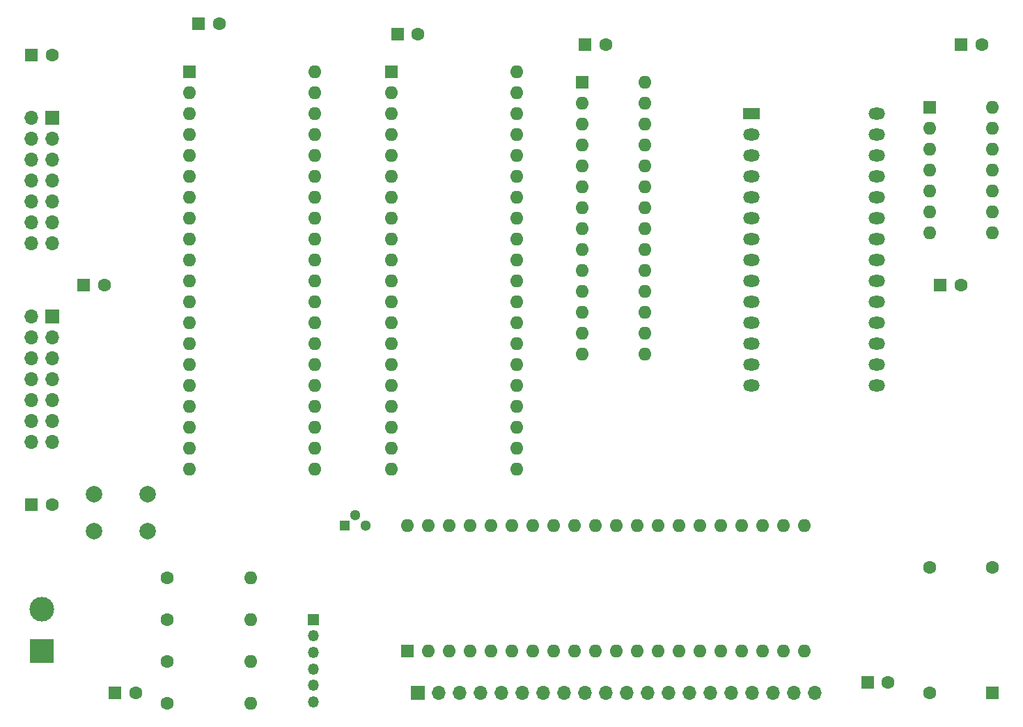
<source format=gbr>
%TF.GenerationSoftware,KiCad,Pcbnew,(5.1.10)-1*%
%TF.CreationDate,2021-06-24T21:47:08-07:00*%
%TF.ProjectId,6502helper,36353032-6865-46c7-9065-722e6b696361,rev?*%
%TF.SameCoordinates,Original*%
%TF.FileFunction,Soldermask,Top*%
%TF.FilePolarity,Negative*%
%FSLAX46Y46*%
G04 Gerber Fmt 4.6, Leading zero omitted, Abs format (unit mm)*
G04 Created by KiCad (PCBNEW (5.1.10)-1) date 2021-06-24 21:47:08*
%MOMM*%
%LPD*%
G01*
G04 APERTURE LIST*
%ADD10O,1.600000X1.600000*%
%ADD11R,1.600000X1.600000*%
%ADD12O,2.000000X1.440000*%
%ADD13R,2.000000X1.440000*%
%ADD14C,1.600000*%
%ADD15O,1.700000X1.700000*%
%ADD16R,1.700000X1.700000*%
%ADD17R,1.300000X1.300000*%
%ADD18C,1.300000*%
%ADD19C,2.000000*%
%ADD20O,1.350000X1.350000*%
%ADD21R,1.350000X1.350000*%
%ADD22C,3.000000*%
%ADD23R,3.000000X3.000000*%
G04 APERTURE END LIST*
D10*
%TO.C,U7*%
X114300000Y-91440000D03*
X162560000Y-106680000D03*
X116840000Y-91440000D03*
X160020000Y-106680000D03*
X119380000Y-91440000D03*
X157480000Y-106680000D03*
X121920000Y-91440000D03*
X154940000Y-106680000D03*
X124460000Y-91440000D03*
X152400000Y-106680000D03*
X127000000Y-91440000D03*
X149860000Y-106680000D03*
X129540000Y-91440000D03*
X147320000Y-106680000D03*
X132080000Y-91440000D03*
X144780000Y-106680000D03*
X134620000Y-91440000D03*
X142240000Y-106680000D03*
X137160000Y-91440000D03*
X139700000Y-106680000D03*
X139700000Y-91440000D03*
X137160000Y-106680000D03*
X142240000Y-91440000D03*
X134620000Y-106680000D03*
X144780000Y-91440000D03*
X132080000Y-106680000D03*
X147320000Y-91440000D03*
X129540000Y-106680000D03*
X149860000Y-91440000D03*
X127000000Y-106680000D03*
X152400000Y-91440000D03*
X124460000Y-106680000D03*
X154940000Y-91440000D03*
X121920000Y-106680000D03*
X157480000Y-91440000D03*
X119380000Y-106680000D03*
X160020000Y-91440000D03*
X116840000Y-106680000D03*
X162560000Y-91440000D03*
D11*
X114300000Y-106680000D03*
%TD*%
D12*
%TO.C,U3*%
X171400000Y-74420000D03*
X156160000Y-74420000D03*
X171400000Y-71880000D03*
X156160000Y-71880000D03*
X171400000Y-69340000D03*
X156160000Y-69340000D03*
X171400000Y-66800000D03*
X156160000Y-66800000D03*
X171400000Y-64260000D03*
X156160000Y-64260000D03*
X171400000Y-61720000D03*
X156160000Y-61720000D03*
X171400000Y-59180000D03*
X156160000Y-59180000D03*
X171400000Y-56640000D03*
X156160000Y-56640000D03*
X171400000Y-54100000D03*
X156160000Y-54100000D03*
X171400000Y-51560000D03*
X156160000Y-51560000D03*
X171400000Y-49020000D03*
X156160000Y-49020000D03*
X171400000Y-46480000D03*
X156160000Y-46480000D03*
X171400000Y-43940000D03*
X156160000Y-43940000D03*
X171400000Y-41400000D03*
D13*
X156160000Y-41400000D03*
%TD*%
D10*
%TO.C,R4*%
X95250000Y-97790000D03*
D14*
X85090000Y-97790000D03*
%TD*%
D10*
%TO.C,R3*%
X95250000Y-102870000D03*
D14*
X85090000Y-102870000D03*
%TD*%
D15*
%TO.C,J5*%
X163830000Y-111760000D03*
X161290000Y-111760000D03*
X158750000Y-111760000D03*
X156210000Y-111760000D03*
X153670000Y-111760000D03*
X151130000Y-111760000D03*
X148590000Y-111760000D03*
X146050000Y-111760000D03*
X143510000Y-111760000D03*
X140970000Y-111760000D03*
X138430000Y-111760000D03*
X135890000Y-111760000D03*
X133350000Y-111760000D03*
X130810000Y-111760000D03*
X128270000Y-111760000D03*
X125730000Y-111760000D03*
X123190000Y-111760000D03*
X120650000Y-111760000D03*
X118110000Y-111760000D03*
D16*
X115570000Y-111760000D03*
%TD*%
D14*
%TO.C,C4*%
X81240000Y-111760000D03*
D11*
X78740000Y-111760000D03*
%TD*%
D14*
%TO.C,X1*%
X185420000Y-96520000D03*
X177800000Y-96520000D03*
X177800000Y-111760000D03*
D11*
X185420000Y-111760000D03*
%TD*%
D10*
%TO.C,U6*%
X103070000Y-36320000D03*
X87830000Y-84580000D03*
X103070000Y-38860000D03*
X87830000Y-82040000D03*
X103070000Y-41400000D03*
X87830000Y-79500000D03*
X103070000Y-43940000D03*
X87830000Y-76960000D03*
X103070000Y-46480000D03*
X87830000Y-74420000D03*
X103070000Y-49020000D03*
X87830000Y-71880000D03*
X103070000Y-51560000D03*
X87830000Y-69340000D03*
X103070000Y-54100000D03*
X87830000Y-66800000D03*
X103070000Y-56640000D03*
X87830000Y-64260000D03*
X103070000Y-59180000D03*
X87830000Y-61720000D03*
X103070000Y-61720000D03*
X87830000Y-59180000D03*
X103070000Y-64260000D03*
X87830000Y-56640000D03*
X103070000Y-66800000D03*
X87830000Y-54100000D03*
X103070000Y-69340000D03*
X87830000Y-51560000D03*
X103070000Y-71880000D03*
X87830000Y-49020000D03*
X103070000Y-74420000D03*
X87830000Y-46480000D03*
X103070000Y-76960000D03*
X87830000Y-43940000D03*
X103070000Y-79500000D03*
X87830000Y-41400000D03*
X103070000Y-82040000D03*
X87830000Y-38860000D03*
X103070000Y-84580000D03*
D11*
X87830000Y-36320000D03*
%TD*%
D10*
%TO.C,U5*%
X143140000Y-37590000D03*
X135520000Y-70610000D03*
X143140000Y-40130000D03*
X135520000Y-68070000D03*
X143140000Y-42670000D03*
X135520000Y-65530000D03*
X143140000Y-45210000D03*
X135520000Y-62990000D03*
X143140000Y-47750000D03*
X135520000Y-60450000D03*
X143140000Y-50290000D03*
X135520000Y-57910000D03*
X143140000Y-52830000D03*
X135520000Y-55370000D03*
X143140000Y-55370000D03*
X135520000Y-52830000D03*
X143140000Y-57910000D03*
X135520000Y-50290000D03*
X143140000Y-60450000D03*
X135520000Y-47750000D03*
X143140000Y-62990000D03*
X135520000Y-45210000D03*
X143140000Y-65530000D03*
X135520000Y-42670000D03*
X143140000Y-68070000D03*
X135520000Y-40130000D03*
X143140000Y-70610000D03*
D11*
X135520000Y-37590000D03*
%TD*%
D17*
%TO.C,U4*%
X106680000Y-91440000D03*
D18*
X109220000Y-91440000D03*
X107950000Y-90170000D03*
%TD*%
D10*
%TO.C,U2*%
X185420000Y-40640000D03*
X177800000Y-55880000D03*
X185420000Y-43180000D03*
X177800000Y-53340000D03*
X185420000Y-45720000D03*
X177800000Y-50800000D03*
X185420000Y-48260000D03*
X177800000Y-48260000D03*
X185420000Y-50800000D03*
X177800000Y-45720000D03*
X185420000Y-53340000D03*
X177800000Y-43180000D03*
X185420000Y-55880000D03*
D11*
X177800000Y-40640000D03*
%TD*%
D10*
%TO.C,U1*%
X127550000Y-36320000D03*
X112310000Y-84580000D03*
X127550000Y-38860000D03*
X112310000Y-82040000D03*
X127550000Y-41400000D03*
X112310000Y-79500000D03*
X127550000Y-43940000D03*
X112310000Y-76960000D03*
X127550000Y-46480000D03*
X112310000Y-74420000D03*
X127550000Y-49020000D03*
X112310000Y-71880000D03*
X127550000Y-51560000D03*
X112310000Y-69340000D03*
X127550000Y-54100000D03*
X112310000Y-66800000D03*
X127550000Y-56640000D03*
X112310000Y-64260000D03*
X127550000Y-59180000D03*
X112310000Y-61720000D03*
X127550000Y-61720000D03*
X112310000Y-59180000D03*
X127550000Y-64260000D03*
X112310000Y-56640000D03*
X127550000Y-66800000D03*
X112310000Y-54100000D03*
X127550000Y-69340000D03*
X112310000Y-51560000D03*
X127550000Y-71880000D03*
X112310000Y-49020000D03*
X127550000Y-74420000D03*
X112310000Y-46480000D03*
X127550000Y-76960000D03*
X112310000Y-43940000D03*
X127550000Y-79500000D03*
X112310000Y-41400000D03*
X127550000Y-82040000D03*
X112310000Y-38860000D03*
X127550000Y-84580000D03*
D11*
X112310000Y-36320000D03*
%TD*%
D19*
%TO.C,SW1*%
X82700000Y-87630000D03*
X82700000Y-92130000D03*
X76200000Y-87630000D03*
X76200000Y-92130000D03*
%TD*%
D10*
%TO.C,R2*%
X95250000Y-107950000D03*
D14*
X85090000Y-107950000D03*
%TD*%
D10*
%TO.C,R1*%
X95250000Y-113030000D03*
D14*
X85090000Y-113030000D03*
%TD*%
D20*
%TO.C,J4*%
X102870000Y-112870000D03*
X102870000Y-110870000D03*
X102870000Y-108870000D03*
X102870000Y-106870000D03*
X102870000Y-104870000D03*
D21*
X102870000Y-102870000D03*
%TD*%
D22*
%TO.C,J3*%
X69850000Y-101600000D03*
D23*
X69850000Y-106680000D03*
%TD*%
D15*
%TO.C,J2*%
X68580000Y-57150000D03*
X71120000Y-57150000D03*
X68580000Y-54610000D03*
X71120000Y-54610000D03*
X68580000Y-52070000D03*
X71120000Y-52070000D03*
X68580000Y-49530000D03*
X71120000Y-49530000D03*
X68580000Y-46990000D03*
X71120000Y-46990000D03*
X68580000Y-44450000D03*
X71120000Y-44450000D03*
X68580000Y-41910000D03*
D16*
X71120000Y-41910000D03*
%TD*%
D15*
%TO.C,J1*%
X68580000Y-81280000D03*
X71120000Y-81280000D03*
X68580000Y-78740000D03*
X71120000Y-78740000D03*
X68580000Y-76200000D03*
X71120000Y-76200000D03*
X68580000Y-73660000D03*
X71120000Y-73660000D03*
X68580000Y-71120000D03*
X71120000Y-71120000D03*
X68580000Y-68580000D03*
X71120000Y-68580000D03*
X68580000Y-66040000D03*
D16*
X71120000Y-66040000D03*
%TD*%
D14*
%TO.C,C10*%
X184110000Y-33020000D03*
D11*
X181610000Y-33020000D03*
%TD*%
D14*
%TO.C,C9*%
X138390000Y-33020000D03*
D11*
X135890000Y-33020000D03*
%TD*%
D14*
%TO.C,C8*%
X77430000Y-62230000D03*
D11*
X74930000Y-62230000D03*
%TD*%
D14*
%TO.C,C7*%
X71080000Y-34290000D03*
D11*
X68580000Y-34290000D03*
%TD*%
D14*
%TO.C,C6*%
X115570000Y-31750000D03*
D11*
X113070000Y-31750000D03*
%TD*%
D14*
%TO.C,C5*%
X91400000Y-30480000D03*
D11*
X88900000Y-30480000D03*
%TD*%
D14*
%TO.C,C3*%
X181570000Y-62230000D03*
D11*
X179070000Y-62230000D03*
%TD*%
D14*
%TO.C,C2*%
X172720000Y-110490000D03*
D11*
X170220000Y-110490000D03*
%TD*%
D14*
%TO.C,C1*%
X71080000Y-88900000D03*
D11*
X68580000Y-88900000D03*
%TD*%
M02*

</source>
